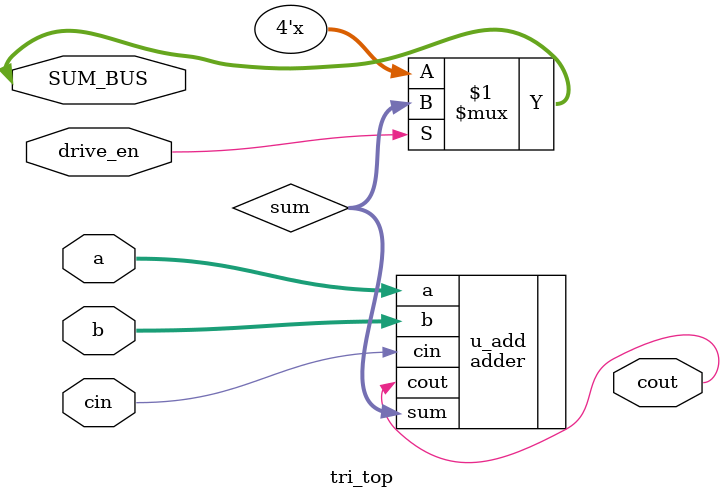
<source format=v>
`timescale 1ns/1ps
module tri_top #(
  parameter integer W = 4
)(
  input  wire [W-1:0] a,
  input  wire [W-1:0] b,
  input  wire         cin,
  input  wire         drive_en,   // 1 = drive bus with sum, 0 = Hi-Z
  inout  wire [W-1:0] SUM_BUS,    // tri-stated bus (top-level I/O in hardware)
  output wire         cout
);
  wire [W-1:0] sum;

  // Reusable vector adder
  adder #(.W(W)) u_add (
    .a(a),
    .b(b),
    .cin(cin),
    .sum(sum),
    .cout(cout)
  );

  // Behavioral tri-state (maps to real IOB tri-state in hardware)
  assign SUM_BUS = drive_en ? sum : {W{1'bz}};

endmodule

</source>
